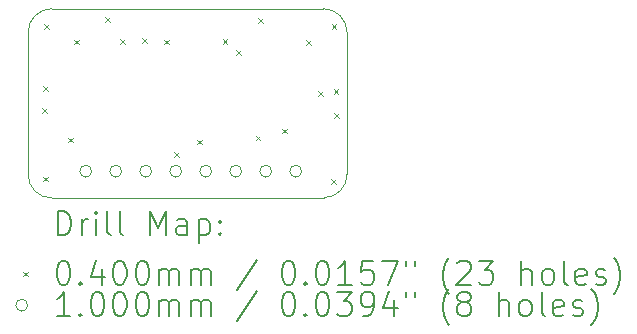
<source format=gbr>
%FSLAX45Y45*%
G04 Gerber Fmt 4.5, Leading zero omitted, Abs format (unit mm)*
G04 Created by KiCad (PCBNEW (6.0.0)) date 2023-12-03 01:07:49*
%MOMM*%
%LPD*%
G01*
G04 APERTURE LIST*
%TA.AperFunction,Profile*%
%ADD10C,0.100000*%
%TD*%
%ADD11C,0.200000*%
%ADD12C,0.040000*%
%ADD13C,0.100000*%
G04 APERTURE END LIST*
D10*
X15178000Y-10354000D02*
G75*
G03*
X15372000Y-10151000I-2932J197002D01*
G01*
X12672000Y-10160000D02*
G75*
G03*
X12871421Y-10355000I194498J-563D01*
G01*
X12872421Y-8754000D02*
G75*
G03*
X12672000Y-8952421I-1576J-198840D01*
G01*
X15372000Y-8954000D02*
G75*
G03*
X15172000Y-8754000I-200000J0D01*
G01*
X12672000Y-10160000D02*
X12672000Y-8952421D01*
X15178000Y-10354000D02*
X12871421Y-10355000D01*
X15372000Y-8954000D02*
X15372000Y-10151000D01*
X12872421Y-8754000D02*
X15172000Y-8754000D01*
D11*
D12*
X12792000Y-9596000D02*
X12832000Y-9636000D01*
X12832000Y-9596000D02*
X12792000Y-9636000D01*
X12796000Y-9409000D02*
X12836000Y-9449000D01*
X12836000Y-9409000D02*
X12796000Y-9449000D01*
X12801000Y-10176000D02*
X12841000Y-10216000D01*
X12841000Y-10176000D02*
X12801000Y-10216000D01*
X12805000Y-8887000D02*
X12845000Y-8927000D01*
X12845000Y-8887000D02*
X12805000Y-8927000D01*
X13009000Y-9845000D02*
X13049000Y-9885000D01*
X13049000Y-9845000D02*
X13009000Y-9885000D01*
X13059000Y-9016000D02*
X13099000Y-9056000D01*
X13099000Y-9016000D02*
X13059000Y-9056000D01*
X13325000Y-8825000D02*
X13365000Y-8865000D01*
X13365000Y-8825000D02*
X13325000Y-8865000D01*
X13451000Y-9011000D02*
X13491000Y-9051000D01*
X13491000Y-9011000D02*
X13451000Y-9051000D01*
X13640000Y-9003000D02*
X13680000Y-9043000D01*
X13680000Y-9003000D02*
X13640000Y-9043000D01*
X13822000Y-9015000D02*
X13862000Y-9055000D01*
X13862000Y-9015000D02*
X13822000Y-9055000D01*
X13910332Y-9965350D02*
X13950332Y-10005350D01*
X13950332Y-9965350D02*
X13910332Y-10005350D01*
X14103348Y-9862612D02*
X14143348Y-9902612D01*
X14143348Y-9862612D02*
X14103348Y-9902612D01*
X14318000Y-9014000D02*
X14358000Y-9054000D01*
X14358000Y-9014000D02*
X14318000Y-9054000D01*
X14434890Y-9102831D02*
X14474890Y-9142831D01*
X14474890Y-9102831D02*
X14434890Y-9142831D01*
X14599000Y-9828000D02*
X14639000Y-9868000D01*
X14639000Y-9828000D02*
X14599000Y-9868000D01*
X14620000Y-8831000D02*
X14660000Y-8871000D01*
X14660000Y-8831000D02*
X14620000Y-8871000D01*
X14825000Y-9769000D02*
X14865000Y-9809000D01*
X14865000Y-9769000D02*
X14825000Y-9809000D01*
X15025000Y-9022000D02*
X15065000Y-9062000D01*
X15065000Y-9022000D02*
X15025000Y-9062000D01*
X15127000Y-9450000D02*
X15167000Y-9490000D01*
X15167000Y-9450000D02*
X15127000Y-9490000D01*
X15238000Y-10197000D02*
X15278000Y-10237000D01*
X15278000Y-10197000D02*
X15238000Y-10237000D01*
X15241000Y-8884000D02*
X15281000Y-8924000D01*
X15281000Y-8884000D02*
X15241000Y-8924000D01*
X15258000Y-9434000D02*
X15298000Y-9474000D01*
X15298000Y-9434000D02*
X15258000Y-9474000D01*
X15260000Y-9637000D02*
X15300000Y-9677000D01*
X15300000Y-9637000D02*
X15260000Y-9677000D01*
D13*
X13209000Y-10130000D02*
G75*
G03*
X13209000Y-10130000I-50000J0D01*
G01*
X13463000Y-10130000D02*
G75*
G03*
X13463000Y-10130000I-50000J0D01*
G01*
X13717000Y-10130000D02*
G75*
G03*
X13717000Y-10130000I-50000J0D01*
G01*
X13971000Y-10130000D02*
G75*
G03*
X13971000Y-10130000I-50000J0D01*
G01*
X14225000Y-10130000D02*
G75*
G03*
X14225000Y-10130000I-50000J0D01*
G01*
X14479000Y-10130000D02*
G75*
G03*
X14479000Y-10130000I-50000J0D01*
G01*
X14733000Y-10130000D02*
G75*
G03*
X14733000Y-10130000I-50000J0D01*
G01*
X14987000Y-10130000D02*
G75*
G03*
X14987000Y-10130000I-50000J0D01*
G01*
D11*
X12924618Y-10670538D02*
X12924618Y-10470538D01*
X12972237Y-10470538D01*
X13000809Y-10480062D01*
X13019856Y-10499110D01*
X13029380Y-10518158D01*
X13038904Y-10556253D01*
X13038904Y-10584824D01*
X13029380Y-10622919D01*
X13019856Y-10641967D01*
X13000809Y-10661015D01*
X12972237Y-10670538D01*
X12924618Y-10670538D01*
X13124618Y-10670538D02*
X13124618Y-10537205D01*
X13124618Y-10575300D02*
X13134142Y-10556253D01*
X13143666Y-10546729D01*
X13162713Y-10537205D01*
X13181761Y-10537205D01*
X13248428Y-10670538D02*
X13248428Y-10537205D01*
X13248428Y-10470538D02*
X13238904Y-10480062D01*
X13248428Y-10489586D01*
X13257951Y-10480062D01*
X13248428Y-10470538D01*
X13248428Y-10489586D01*
X13372237Y-10670538D02*
X13353190Y-10661015D01*
X13343666Y-10641967D01*
X13343666Y-10470538D01*
X13476999Y-10670538D02*
X13457951Y-10661015D01*
X13448428Y-10641967D01*
X13448428Y-10470538D01*
X13705571Y-10670538D02*
X13705571Y-10470538D01*
X13772237Y-10613396D01*
X13838904Y-10470538D01*
X13838904Y-10670538D01*
X14019856Y-10670538D02*
X14019856Y-10565777D01*
X14010332Y-10546729D01*
X13991285Y-10537205D01*
X13953190Y-10537205D01*
X13934142Y-10546729D01*
X14019856Y-10661015D02*
X14000809Y-10670538D01*
X13953190Y-10670538D01*
X13934142Y-10661015D01*
X13924618Y-10641967D01*
X13924618Y-10622919D01*
X13934142Y-10603872D01*
X13953190Y-10594348D01*
X14000809Y-10594348D01*
X14019856Y-10584824D01*
X14115094Y-10537205D02*
X14115094Y-10737205D01*
X14115094Y-10546729D02*
X14134142Y-10537205D01*
X14172237Y-10537205D01*
X14191285Y-10546729D01*
X14200809Y-10556253D01*
X14210332Y-10575300D01*
X14210332Y-10632443D01*
X14200809Y-10651491D01*
X14191285Y-10661015D01*
X14172237Y-10670538D01*
X14134142Y-10670538D01*
X14115094Y-10661015D01*
X14296047Y-10651491D02*
X14305571Y-10661015D01*
X14296047Y-10670538D01*
X14286523Y-10661015D01*
X14296047Y-10651491D01*
X14296047Y-10670538D01*
X14296047Y-10546729D02*
X14305571Y-10556253D01*
X14296047Y-10565777D01*
X14286523Y-10556253D01*
X14296047Y-10546729D01*
X14296047Y-10565777D01*
D12*
X12626999Y-10980062D02*
X12666999Y-11020062D01*
X12666999Y-10980062D02*
X12626999Y-11020062D01*
D11*
X12962713Y-10890538D02*
X12981761Y-10890538D01*
X13000809Y-10900062D01*
X13010332Y-10909586D01*
X13019856Y-10928634D01*
X13029380Y-10966729D01*
X13029380Y-11014348D01*
X13019856Y-11052443D01*
X13010332Y-11071491D01*
X13000809Y-11081015D01*
X12981761Y-11090538D01*
X12962713Y-11090538D01*
X12943666Y-11081015D01*
X12934142Y-11071491D01*
X12924618Y-11052443D01*
X12915094Y-11014348D01*
X12915094Y-10966729D01*
X12924618Y-10928634D01*
X12934142Y-10909586D01*
X12943666Y-10900062D01*
X12962713Y-10890538D01*
X13115094Y-11071491D02*
X13124618Y-11081015D01*
X13115094Y-11090538D01*
X13105571Y-11081015D01*
X13115094Y-11071491D01*
X13115094Y-11090538D01*
X13296047Y-10957205D02*
X13296047Y-11090538D01*
X13248428Y-10881015D02*
X13200809Y-11023872D01*
X13324618Y-11023872D01*
X13438904Y-10890538D02*
X13457951Y-10890538D01*
X13476999Y-10900062D01*
X13486523Y-10909586D01*
X13496047Y-10928634D01*
X13505571Y-10966729D01*
X13505571Y-11014348D01*
X13496047Y-11052443D01*
X13486523Y-11071491D01*
X13476999Y-11081015D01*
X13457951Y-11090538D01*
X13438904Y-11090538D01*
X13419856Y-11081015D01*
X13410332Y-11071491D01*
X13400809Y-11052443D01*
X13391285Y-11014348D01*
X13391285Y-10966729D01*
X13400809Y-10928634D01*
X13410332Y-10909586D01*
X13419856Y-10900062D01*
X13438904Y-10890538D01*
X13629380Y-10890538D02*
X13648428Y-10890538D01*
X13667475Y-10900062D01*
X13676999Y-10909586D01*
X13686523Y-10928634D01*
X13696047Y-10966729D01*
X13696047Y-11014348D01*
X13686523Y-11052443D01*
X13676999Y-11071491D01*
X13667475Y-11081015D01*
X13648428Y-11090538D01*
X13629380Y-11090538D01*
X13610332Y-11081015D01*
X13600809Y-11071491D01*
X13591285Y-11052443D01*
X13581761Y-11014348D01*
X13581761Y-10966729D01*
X13591285Y-10928634D01*
X13600809Y-10909586D01*
X13610332Y-10900062D01*
X13629380Y-10890538D01*
X13781761Y-11090538D02*
X13781761Y-10957205D01*
X13781761Y-10976253D02*
X13791285Y-10966729D01*
X13810332Y-10957205D01*
X13838904Y-10957205D01*
X13857951Y-10966729D01*
X13867475Y-10985777D01*
X13867475Y-11090538D01*
X13867475Y-10985777D02*
X13876999Y-10966729D01*
X13896047Y-10957205D01*
X13924618Y-10957205D01*
X13943666Y-10966729D01*
X13953190Y-10985777D01*
X13953190Y-11090538D01*
X14048428Y-11090538D02*
X14048428Y-10957205D01*
X14048428Y-10976253D02*
X14057951Y-10966729D01*
X14076999Y-10957205D01*
X14105571Y-10957205D01*
X14124618Y-10966729D01*
X14134142Y-10985777D01*
X14134142Y-11090538D01*
X14134142Y-10985777D02*
X14143666Y-10966729D01*
X14162713Y-10957205D01*
X14191285Y-10957205D01*
X14210332Y-10966729D01*
X14219856Y-10985777D01*
X14219856Y-11090538D01*
X14610332Y-10881015D02*
X14438904Y-11138158D01*
X14867475Y-10890538D02*
X14886523Y-10890538D01*
X14905571Y-10900062D01*
X14915094Y-10909586D01*
X14924618Y-10928634D01*
X14934142Y-10966729D01*
X14934142Y-11014348D01*
X14924618Y-11052443D01*
X14915094Y-11071491D01*
X14905571Y-11081015D01*
X14886523Y-11090538D01*
X14867475Y-11090538D01*
X14848428Y-11081015D01*
X14838904Y-11071491D01*
X14829380Y-11052443D01*
X14819856Y-11014348D01*
X14819856Y-10966729D01*
X14829380Y-10928634D01*
X14838904Y-10909586D01*
X14848428Y-10900062D01*
X14867475Y-10890538D01*
X15019856Y-11071491D02*
X15029380Y-11081015D01*
X15019856Y-11090538D01*
X15010332Y-11081015D01*
X15019856Y-11071491D01*
X15019856Y-11090538D01*
X15153190Y-10890538D02*
X15172237Y-10890538D01*
X15191285Y-10900062D01*
X15200809Y-10909586D01*
X15210332Y-10928634D01*
X15219856Y-10966729D01*
X15219856Y-11014348D01*
X15210332Y-11052443D01*
X15200809Y-11071491D01*
X15191285Y-11081015D01*
X15172237Y-11090538D01*
X15153190Y-11090538D01*
X15134142Y-11081015D01*
X15124618Y-11071491D01*
X15115094Y-11052443D01*
X15105571Y-11014348D01*
X15105571Y-10966729D01*
X15115094Y-10928634D01*
X15124618Y-10909586D01*
X15134142Y-10900062D01*
X15153190Y-10890538D01*
X15410332Y-11090538D02*
X15296047Y-11090538D01*
X15353190Y-11090538D02*
X15353190Y-10890538D01*
X15334142Y-10919110D01*
X15315094Y-10938158D01*
X15296047Y-10947681D01*
X15591285Y-10890538D02*
X15496047Y-10890538D01*
X15486523Y-10985777D01*
X15496047Y-10976253D01*
X15515094Y-10966729D01*
X15562713Y-10966729D01*
X15581761Y-10976253D01*
X15591285Y-10985777D01*
X15600809Y-11004824D01*
X15600809Y-11052443D01*
X15591285Y-11071491D01*
X15581761Y-11081015D01*
X15562713Y-11090538D01*
X15515094Y-11090538D01*
X15496047Y-11081015D01*
X15486523Y-11071491D01*
X15667475Y-10890538D02*
X15800809Y-10890538D01*
X15715094Y-11090538D01*
X15867475Y-10890538D02*
X15867475Y-10928634D01*
X15943666Y-10890538D02*
X15943666Y-10928634D01*
X16238904Y-11166729D02*
X16229380Y-11157205D01*
X16210332Y-11128634D01*
X16200809Y-11109586D01*
X16191285Y-11081015D01*
X16181761Y-11033396D01*
X16181761Y-10995300D01*
X16191285Y-10947681D01*
X16200809Y-10919110D01*
X16210332Y-10900062D01*
X16229380Y-10871491D01*
X16238904Y-10861967D01*
X16305571Y-10909586D02*
X16315094Y-10900062D01*
X16334142Y-10890538D01*
X16381761Y-10890538D01*
X16400809Y-10900062D01*
X16410332Y-10909586D01*
X16419856Y-10928634D01*
X16419856Y-10947681D01*
X16410332Y-10976253D01*
X16296047Y-11090538D01*
X16419856Y-11090538D01*
X16486523Y-10890538D02*
X16610332Y-10890538D01*
X16543666Y-10966729D01*
X16572237Y-10966729D01*
X16591285Y-10976253D01*
X16600809Y-10985777D01*
X16610332Y-11004824D01*
X16610332Y-11052443D01*
X16600809Y-11071491D01*
X16591285Y-11081015D01*
X16572237Y-11090538D01*
X16515094Y-11090538D01*
X16496047Y-11081015D01*
X16486523Y-11071491D01*
X16848428Y-11090538D02*
X16848428Y-10890538D01*
X16934142Y-11090538D02*
X16934142Y-10985777D01*
X16924618Y-10966729D01*
X16905571Y-10957205D01*
X16876999Y-10957205D01*
X16857952Y-10966729D01*
X16848428Y-10976253D01*
X17057952Y-11090538D02*
X17038904Y-11081015D01*
X17029380Y-11071491D01*
X17019856Y-11052443D01*
X17019856Y-10995300D01*
X17029380Y-10976253D01*
X17038904Y-10966729D01*
X17057952Y-10957205D01*
X17086523Y-10957205D01*
X17105571Y-10966729D01*
X17115094Y-10976253D01*
X17124618Y-10995300D01*
X17124618Y-11052443D01*
X17115094Y-11071491D01*
X17105571Y-11081015D01*
X17086523Y-11090538D01*
X17057952Y-11090538D01*
X17238904Y-11090538D02*
X17219856Y-11081015D01*
X17210333Y-11061967D01*
X17210333Y-10890538D01*
X17391285Y-11081015D02*
X17372237Y-11090538D01*
X17334142Y-11090538D01*
X17315094Y-11081015D01*
X17305571Y-11061967D01*
X17305571Y-10985777D01*
X17315094Y-10966729D01*
X17334142Y-10957205D01*
X17372237Y-10957205D01*
X17391285Y-10966729D01*
X17400809Y-10985777D01*
X17400809Y-11004824D01*
X17305571Y-11023872D01*
X17476999Y-11081015D02*
X17496047Y-11090538D01*
X17534142Y-11090538D01*
X17553190Y-11081015D01*
X17562713Y-11061967D01*
X17562713Y-11052443D01*
X17553190Y-11033396D01*
X17534142Y-11023872D01*
X17505571Y-11023872D01*
X17486523Y-11014348D01*
X17476999Y-10995300D01*
X17476999Y-10985777D01*
X17486523Y-10966729D01*
X17505571Y-10957205D01*
X17534142Y-10957205D01*
X17553190Y-10966729D01*
X17629380Y-11166729D02*
X17638904Y-11157205D01*
X17657952Y-11128634D01*
X17667475Y-11109586D01*
X17676999Y-11081015D01*
X17686523Y-11033396D01*
X17686523Y-10995300D01*
X17676999Y-10947681D01*
X17667475Y-10919110D01*
X17657952Y-10900062D01*
X17638904Y-10871491D01*
X17629380Y-10861967D01*
D13*
X12666999Y-11264062D02*
G75*
G03*
X12666999Y-11264062I-50000J0D01*
G01*
D11*
X13029380Y-11354538D02*
X12915094Y-11354538D01*
X12972237Y-11354538D02*
X12972237Y-11154538D01*
X12953190Y-11183110D01*
X12934142Y-11202157D01*
X12915094Y-11211681D01*
X13115094Y-11335491D02*
X13124618Y-11345015D01*
X13115094Y-11354538D01*
X13105571Y-11345015D01*
X13115094Y-11335491D01*
X13115094Y-11354538D01*
X13248428Y-11154538D02*
X13267475Y-11154538D01*
X13286523Y-11164062D01*
X13296047Y-11173586D01*
X13305571Y-11192634D01*
X13315094Y-11230729D01*
X13315094Y-11278348D01*
X13305571Y-11316443D01*
X13296047Y-11335491D01*
X13286523Y-11345015D01*
X13267475Y-11354538D01*
X13248428Y-11354538D01*
X13229380Y-11345015D01*
X13219856Y-11335491D01*
X13210332Y-11316443D01*
X13200809Y-11278348D01*
X13200809Y-11230729D01*
X13210332Y-11192634D01*
X13219856Y-11173586D01*
X13229380Y-11164062D01*
X13248428Y-11154538D01*
X13438904Y-11154538D02*
X13457951Y-11154538D01*
X13476999Y-11164062D01*
X13486523Y-11173586D01*
X13496047Y-11192634D01*
X13505571Y-11230729D01*
X13505571Y-11278348D01*
X13496047Y-11316443D01*
X13486523Y-11335491D01*
X13476999Y-11345015D01*
X13457951Y-11354538D01*
X13438904Y-11354538D01*
X13419856Y-11345015D01*
X13410332Y-11335491D01*
X13400809Y-11316443D01*
X13391285Y-11278348D01*
X13391285Y-11230729D01*
X13400809Y-11192634D01*
X13410332Y-11173586D01*
X13419856Y-11164062D01*
X13438904Y-11154538D01*
X13629380Y-11154538D02*
X13648428Y-11154538D01*
X13667475Y-11164062D01*
X13676999Y-11173586D01*
X13686523Y-11192634D01*
X13696047Y-11230729D01*
X13696047Y-11278348D01*
X13686523Y-11316443D01*
X13676999Y-11335491D01*
X13667475Y-11345015D01*
X13648428Y-11354538D01*
X13629380Y-11354538D01*
X13610332Y-11345015D01*
X13600809Y-11335491D01*
X13591285Y-11316443D01*
X13581761Y-11278348D01*
X13581761Y-11230729D01*
X13591285Y-11192634D01*
X13600809Y-11173586D01*
X13610332Y-11164062D01*
X13629380Y-11154538D01*
X13781761Y-11354538D02*
X13781761Y-11221205D01*
X13781761Y-11240253D02*
X13791285Y-11230729D01*
X13810332Y-11221205D01*
X13838904Y-11221205D01*
X13857951Y-11230729D01*
X13867475Y-11249776D01*
X13867475Y-11354538D01*
X13867475Y-11249776D02*
X13876999Y-11230729D01*
X13896047Y-11221205D01*
X13924618Y-11221205D01*
X13943666Y-11230729D01*
X13953190Y-11249776D01*
X13953190Y-11354538D01*
X14048428Y-11354538D02*
X14048428Y-11221205D01*
X14048428Y-11240253D02*
X14057951Y-11230729D01*
X14076999Y-11221205D01*
X14105571Y-11221205D01*
X14124618Y-11230729D01*
X14134142Y-11249776D01*
X14134142Y-11354538D01*
X14134142Y-11249776D02*
X14143666Y-11230729D01*
X14162713Y-11221205D01*
X14191285Y-11221205D01*
X14210332Y-11230729D01*
X14219856Y-11249776D01*
X14219856Y-11354538D01*
X14610332Y-11145015D02*
X14438904Y-11402157D01*
X14867475Y-11154538D02*
X14886523Y-11154538D01*
X14905571Y-11164062D01*
X14915094Y-11173586D01*
X14924618Y-11192634D01*
X14934142Y-11230729D01*
X14934142Y-11278348D01*
X14924618Y-11316443D01*
X14915094Y-11335491D01*
X14905571Y-11345015D01*
X14886523Y-11354538D01*
X14867475Y-11354538D01*
X14848428Y-11345015D01*
X14838904Y-11335491D01*
X14829380Y-11316443D01*
X14819856Y-11278348D01*
X14819856Y-11230729D01*
X14829380Y-11192634D01*
X14838904Y-11173586D01*
X14848428Y-11164062D01*
X14867475Y-11154538D01*
X15019856Y-11335491D02*
X15029380Y-11345015D01*
X15019856Y-11354538D01*
X15010332Y-11345015D01*
X15019856Y-11335491D01*
X15019856Y-11354538D01*
X15153190Y-11154538D02*
X15172237Y-11154538D01*
X15191285Y-11164062D01*
X15200809Y-11173586D01*
X15210332Y-11192634D01*
X15219856Y-11230729D01*
X15219856Y-11278348D01*
X15210332Y-11316443D01*
X15200809Y-11335491D01*
X15191285Y-11345015D01*
X15172237Y-11354538D01*
X15153190Y-11354538D01*
X15134142Y-11345015D01*
X15124618Y-11335491D01*
X15115094Y-11316443D01*
X15105571Y-11278348D01*
X15105571Y-11230729D01*
X15115094Y-11192634D01*
X15124618Y-11173586D01*
X15134142Y-11164062D01*
X15153190Y-11154538D01*
X15286523Y-11154538D02*
X15410332Y-11154538D01*
X15343666Y-11230729D01*
X15372237Y-11230729D01*
X15391285Y-11240253D01*
X15400809Y-11249776D01*
X15410332Y-11268824D01*
X15410332Y-11316443D01*
X15400809Y-11335491D01*
X15391285Y-11345015D01*
X15372237Y-11354538D01*
X15315094Y-11354538D01*
X15296047Y-11345015D01*
X15286523Y-11335491D01*
X15505571Y-11354538D02*
X15543666Y-11354538D01*
X15562713Y-11345015D01*
X15572237Y-11335491D01*
X15591285Y-11306919D01*
X15600809Y-11268824D01*
X15600809Y-11192634D01*
X15591285Y-11173586D01*
X15581761Y-11164062D01*
X15562713Y-11154538D01*
X15524618Y-11154538D01*
X15505571Y-11164062D01*
X15496047Y-11173586D01*
X15486523Y-11192634D01*
X15486523Y-11240253D01*
X15496047Y-11259300D01*
X15505571Y-11268824D01*
X15524618Y-11278348D01*
X15562713Y-11278348D01*
X15581761Y-11268824D01*
X15591285Y-11259300D01*
X15600809Y-11240253D01*
X15772237Y-11221205D02*
X15772237Y-11354538D01*
X15724618Y-11145015D02*
X15676999Y-11287872D01*
X15800809Y-11287872D01*
X15867475Y-11154538D02*
X15867475Y-11192634D01*
X15943666Y-11154538D02*
X15943666Y-11192634D01*
X16238904Y-11430729D02*
X16229380Y-11421205D01*
X16210332Y-11392634D01*
X16200809Y-11373586D01*
X16191285Y-11345015D01*
X16181761Y-11297396D01*
X16181761Y-11259300D01*
X16191285Y-11211681D01*
X16200809Y-11183110D01*
X16210332Y-11164062D01*
X16229380Y-11135491D01*
X16238904Y-11125967D01*
X16343666Y-11240253D02*
X16324618Y-11230729D01*
X16315094Y-11221205D01*
X16305571Y-11202157D01*
X16305571Y-11192634D01*
X16315094Y-11173586D01*
X16324618Y-11164062D01*
X16343666Y-11154538D01*
X16381761Y-11154538D01*
X16400809Y-11164062D01*
X16410332Y-11173586D01*
X16419856Y-11192634D01*
X16419856Y-11202157D01*
X16410332Y-11221205D01*
X16400809Y-11230729D01*
X16381761Y-11240253D01*
X16343666Y-11240253D01*
X16324618Y-11249776D01*
X16315094Y-11259300D01*
X16305571Y-11278348D01*
X16305571Y-11316443D01*
X16315094Y-11335491D01*
X16324618Y-11345015D01*
X16343666Y-11354538D01*
X16381761Y-11354538D01*
X16400809Y-11345015D01*
X16410332Y-11335491D01*
X16419856Y-11316443D01*
X16419856Y-11278348D01*
X16410332Y-11259300D01*
X16400809Y-11249776D01*
X16381761Y-11240253D01*
X16657951Y-11354538D02*
X16657951Y-11154538D01*
X16743666Y-11354538D02*
X16743666Y-11249776D01*
X16734142Y-11230729D01*
X16715094Y-11221205D01*
X16686523Y-11221205D01*
X16667475Y-11230729D01*
X16657951Y-11240253D01*
X16867475Y-11354538D02*
X16848428Y-11345015D01*
X16838904Y-11335491D01*
X16829380Y-11316443D01*
X16829380Y-11259300D01*
X16838904Y-11240253D01*
X16848428Y-11230729D01*
X16867475Y-11221205D01*
X16896047Y-11221205D01*
X16915094Y-11230729D01*
X16924618Y-11240253D01*
X16934142Y-11259300D01*
X16934142Y-11316443D01*
X16924618Y-11335491D01*
X16915094Y-11345015D01*
X16896047Y-11354538D01*
X16867475Y-11354538D01*
X17048428Y-11354538D02*
X17029380Y-11345015D01*
X17019856Y-11325967D01*
X17019856Y-11154538D01*
X17200809Y-11345015D02*
X17181761Y-11354538D01*
X17143666Y-11354538D01*
X17124618Y-11345015D01*
X17115094Y-11325967D01*
X17115094Y-11249776D01*
X17124618Y-11230729D01*
X17143666Y-11221205D01*
X17181761Y-11221205D01*
X17200809Y-11230729D01*
X17210333Y-11249776D01*
X17210333Y-11268824D01*
X17115094Y-11287872D01*
X17286523Y-11345015D02*
X17305571Y-11354538D01*
X17343666Y-11354538D01*
X17362713Y-11345015D01*
X17372237Y-11325967D01*
X17372237Y-11316443D01*
X17362713Y-11297396D01*
X17343666Y-11287872D01*
X17315094Y-11287872D01*
X17296047Y-11278348D01*
X17286523Y-11259300D01*
X17286523Y-11249776D01*
X17296047Y-11230729D01*
X17315094Y-11221205D01*
X17343666Y-11221205D01*
X17362713Y-11230729D01*
X17438904Y-11430729D02*
X17448428Y-11421205D01*
X17467475Y-11392634D01*
X17476999Y-11373586D01*
X17486523Y-11345015D01*
X17496047Y-11297396D01*
X17496047Y-11259300D01*
X17486523Y-11211681D01*
X17476999Y-11183110D01*
X17467475Y-11164062D01*
X17448428Y-11135491D01*
X17438904Y-11125967D01*
M02*

</source>
